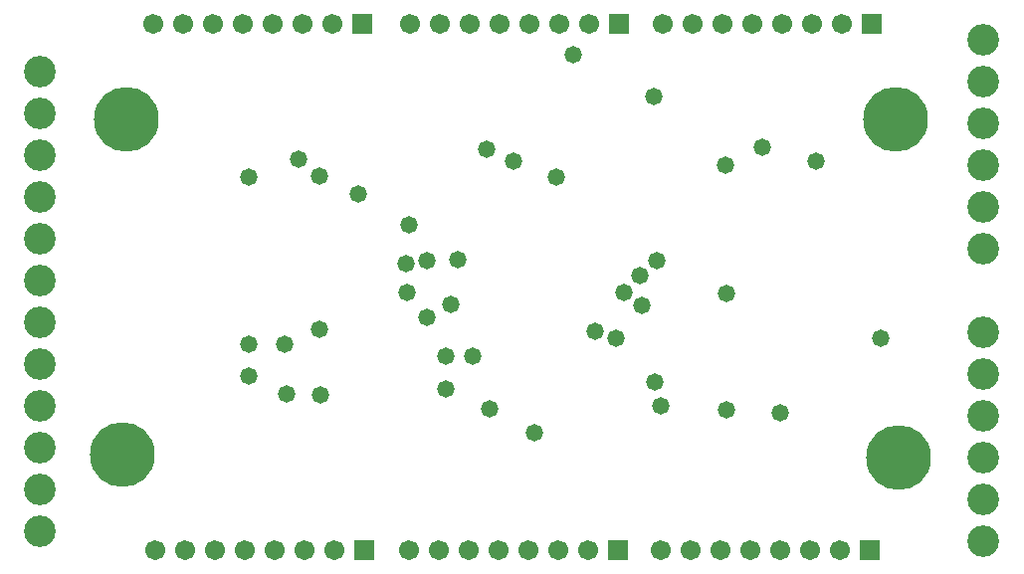
<source format=gbs>
G04 Layer_Color=16711935*
%FSLAX23Y23*%
%MOIN*%
G70*
G01*
G75*
%ADD29C,0.106*%
%ADD30R,0.067X0.067*%
%ADD31C,0.067*%
%ADD32C,0.217*%
%ADD33C,0.058*%
D29*
X5231Y4462D02*
D03*
Y4602D02*
D03*
Y4742D02*
D03*
Y4882D02*
D03*
Y5022D02*
D03*
Y5162D02*
D03*
X2071Y5197D02*
D03*
Y5057D02*
D03*
Y4917D02*
D03*
Y4777D02*
D03*
Y4637D02*
D03*
Y4497D02*
D03*
Y5337D02*
D03*
Y5477D02*
D03*
Y5617D02*
D03*
Y5757D02*
D03*
Y5897D02*
D03*
Y6037D02*
D03*
X5231Y5442D02*
D03*
Y5582D02*
D03*
Y5722D02*
D03*
Y5862D02*
D03*
Y6002D02*
D03*
Y6142D02*
D03*
D30*
X3156Y4432D02*
D03*
X4006D02*
D03*
X4851D02*
D03*
X4856Y6197D02*
D03*
X4011D02*
D03*
X3151D02*
D03*
D31*
X3056Y4432D02*
D03*
X2956D02*
D03*
X2856D02*
D03*
X2756D02*
D03*
X2656D02*
D03*
X2556D02*
D03*
X2456D02*
D03*
X3906D02*
D03*
X3806D02*
D03*
X3706D02*
D03*
X3606D02*
D03*
X3506D02*
D03*
X3406D02*
D03*
X3306D02*
D03*
X4751D02*
D03*
X4651D02*
D03*
X4551D02*
D03*
X4451D02*
D03*
X4351D02*
D03*
X4251D02*
D03*
X4151D02*
D03*
X4756Y6197D02*
D03*
X4656D02*
D03*
X4556D02*
D03*
X4456D02*
D03*
X4356D02*
D03*
X4256D02*
D03*
X4156D02*
D03*
X3911D02*
D03*
X3811D02*
D03*
X3711D02*
D03*
X3611D02*
D03*
X3511D02*
D03*
X3411D02*
D03*
X3311D02*
D03*
X3051D02*
D03*
X2951D02*
D03*
X2851D02*
D03*
X2751D02*
D03*
X2651D02*
D03*
X2551D02*
D03*
X2451D02*
D03*
D32*
X2361Y5877D02*
D03*
X2346Y4752D02*
D03*
X4946Y4742D02*
D03*
X4936Y5877D02*
D03*
D33*
X3446Y5257D02*
D03*
X3856Y6092D02*
D03*
X4491Y5782D02*
D03*
X4366Y5722D02*
D03*
X3656Y5737D02*
D03*
X3566Y5777D02*
D03*
X3006Y5687D02*
D03*
X2936Y5742D02*
D03*
X3801Y5682D02*
D03*
X4026Y5297D02*
D03*
X3431Y5082D02*
D03*
X3006Y5172D02*
D03*
X4136Y5402D02*
D03*
X3306Y5522D02*
D03*
X2771Y5682D02*
D03*
Y5122D02*
D03*
X4371Y5292D02*
D03*
X4151Y4917D02*
D03*
X3431Y4972D02*
D03*
X4131Y4997D02*
D03*
X3521Y5082D02*
D03*
X4001Y5142D02*
D03*
X3931Y5167D02*
D03*
X3726Y4827D02*
D03*
X3576Y4907D02*
D03*
X4551Y4892D02*
D03*
X4371Y4902D02*
D03*
X3471Y5407D02*
D03*
X3366Y5402D02*
D03*
X3301Y5297D02*
D03*
X3296Y5392D02*
D03*
X4886Y5142D02*
D03*
X4671Y5737D02*
D03*
X3011Y4952D02*
D03*
X2891Y5122D02*
D03*
X2896Y4957D02*
D03*
X2771Y5017D02*
D03*
X3136Y5627D02*
D03*
X3366Y5212D02*
D03*
X4081Y5352D02*
D03*
X4086Y5252D02*
D03*
X4126Y5952D02*
D03*
M02*

</source>
